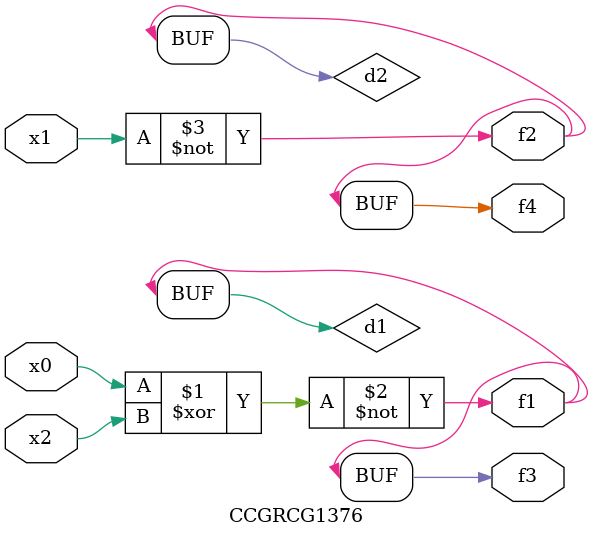
<source format=v>
module CCGRCG1376(
	input x0, x1, x2,
	output f1, f2, f3, f4
);

	wire d1, d2, d3;

	xnor (d1, x0, x2);
	nand (d2, x1);
	nor (d3, x1, x2);
	assign f1 = d1;
	assign f2 = d2;
	assign f3 = d1;
	assign f4 = d2;
endmodule

</source>
